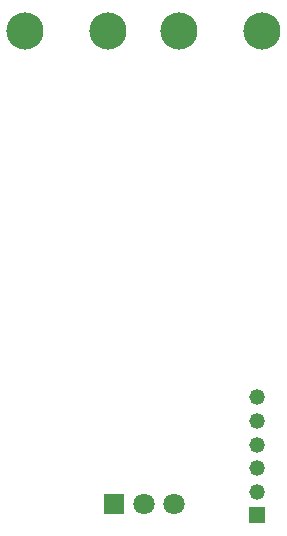
<source format=gbs>
G04*
G04 #@! TF.GenerationSoftware,Altium Limited,Altium Designer,21.9.1 (22)*
G04*
G04 Layer_Color=16711935*
%FSLAX25Y25*%
%MOIN*%
G70*
G04*
G04 #@! TF.SameCoordinates,01D30D3D-4D25-4DD3-B430-8D43D7E97BEB*
G04*
G04*
G04 #@! TF.FilePolarity,Negative*
G04*
G01*
G75*
%ADD29C,0.12402*%
%ADD30C,0.07087*%
%ADD31R,0.07087X0.07087*%
%ADD32C,0.05197*%
%ADD33R,0.05197X0.05197*%
D29*
X70866Y177165D02*
D03*
X47244D02*
D03*
X98425D02*
D03*
X19685D02*
D03*
D30*
X59055Y19685D02*
D03*
X69055D02*
D03*
D31*
X49055D02*
D03*
D32*
X96929Y55118D02*
D03*
Y47244D02*
D03*
Y39370D02*
D03*
Y31496D02*
D03*
Y23622D02*
D03*
D33*
Y15748D02*
D03*
M02*

</source>
